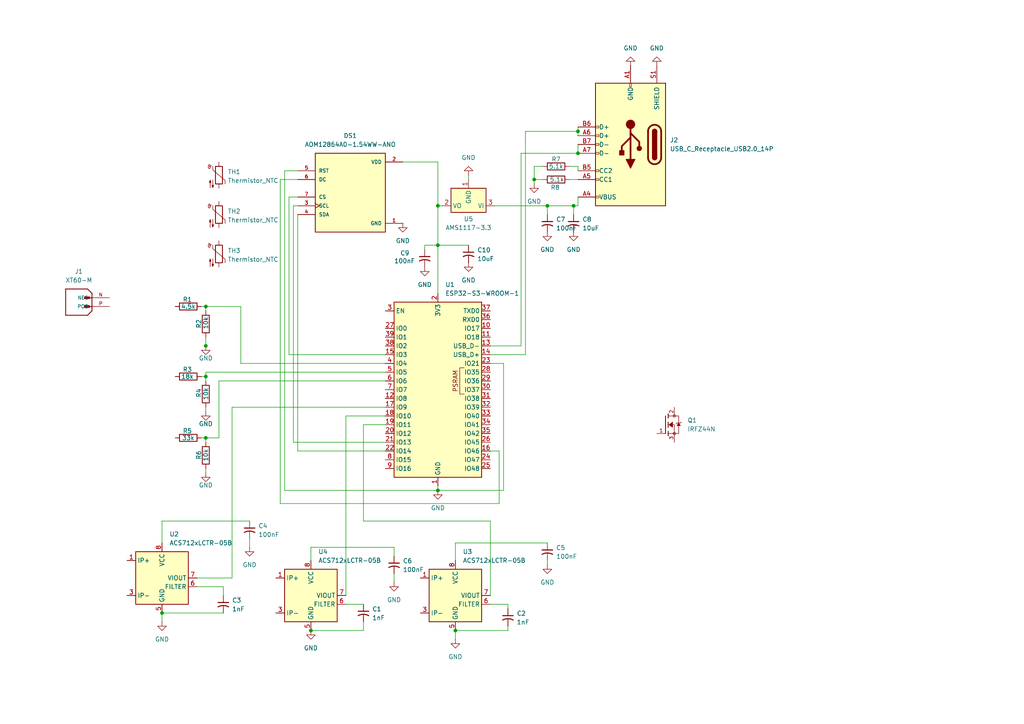
<source format=kicad_sch>
(kicad_sch (version 20250114) (generator "eeschema") (generator_version "9.0")
  (paper "A4")
  (lib_symbols
    (symbol "AOM12864A0-1.54WW-ANO:AOM12864A0-1.54WW-ANO" (pin_names (offset 1.016))
      (property "Reference" "DS" (at -10.16 10.922 0))
      (property "Value" "AOM12864A0-1.54WW-ANO" (at -10.16 -15.24 0))
      (symbol "AOM12864A0-1.54WW-ANO_0_0"
        (rectangle (start -10.16 -12.7) (end 10.16 10.16) (stroke (width 0.254)) (fill (type background)))
        (pin input line (at -15.24 5.08 0) (length 5.08) (name "RST") (number "5"))
        (pin input line (at -15.24 2.54 0) (length 5.08) (name "DC") (number "6"))
        (pin input line (at -15.24 -2.54 0) (length 5.08) (name "CS") (number "7"))
        (pin input clock (at -15.24 -5.08 0) (length 5.08) (name "SCL") (number "3"))
        (pin bidirectional line (at -15.24 -7.62 0) (length 5.08) (name "SDA") (number "4"))
        (pin power_in line (at 15.24 7.62 180) (length 5.08) (name "VDD") (number "2"))
        (pin power_in line (at 15.24 -10.16 180) (length 5.08) (name "GND") (number "1"))
      )
    )
    (symbol "Connector:USB_C_Receptacle_USB2.0_14P" (pin_names (offset 1.016))
      (property "Reference" "J" (at 0 22.225 0))
      (property "Value" "USB_C_Receptacle_USB2.0_14P" (at 0 19.685 0))
      (symbol "USB_C_Receptacle_USB2.0_14P_0_0"
        (rectangle (start -0.254 -17.78) (end 0.254 -16.764))
        (rectangle (start 10.16 15.494) (end 9.144 14.986))
        (rectangle (start 10.16 10.414) (end 9.144 9.906))
        (rectangle (start 10.16 7.874) (end 9.144 7.366))
        (rectangle (start 10.16 2.794) (end 9.144 2.286))
        (rectangle (start 10.16 0.254) (end 9.144 -0.254))
        (rectangle (start 10.16 -2.286) (end 9.144 -2.794))
        (rectangle (start 10.16 -4.826) (end 9.144 -5.334))
      )
      (symbol "USB_C_Receptacle_USB2.0_14P_0_1"
        (rectangle (start -10.16 17.78) (end 10.16 -17.78) (stroke (width 0.254)) (fill (type background)))
        (polyline (pts (xy -8.89 -3.81) (xy -8.89 3.81)) (stroke (width 0.508)))
        (rectangle (start -7.62 -3.81) (end -6.35 3.81) (stroke (width 0.254)) (fill (type outline)))
        (arc (start -7.62 3.81) (mid -6.985 4.4423) (end -6.35 3.81) (stroke (width 0.254)))
        (arc (start -7.62 3.81) (mid -6.985 4.4423) (end -6.35 3.81) (stroke (width 0.254)) (fill (type outline)))
        (arc (start -8.89 3.81) (mid -6.985 5.7067) (end -5.08 3.81) (stroke (width 0.508)))
        (arc (start -5.08 -3.81) (mid -6.985 -5.7067) (end -8.89 -3.81) (stroke (width 0.508)))
        (arc (start -6.35 -3.81) (mid -6.985 -4.4423) (end -7.62 -3.81) (stroke (width 0.254)))
        (arc (start -6.35 -3.81) (mid -6.985 -4.4423) (end -7.62 -3.81) (stroke (width 0.254)) (fill (type outline)))
        (polyline (pts (xy -5.08 3.81) (xy -5.08 -3.81)) (stroke (width 0.508)))
        (circle (center -2.54 1.143) (radius 0.635) (stroke (width 0.254)) (fill (type outline)))
        (polyline (pts (xy -1.27 4.318) (xy 0 6.858) (xy 1.27 4.318) (xy -1.27 4.318)) (stroke (width 0.254)) (fill (type outline)))
        (polyline (pts (xy 0 -2.032) (xy 2.54 0.508) (xy 2.54 1.778)) (stroke (width 0.508)))
        (polyline (pts (xy 0 -3.302) (xy -2.54 -0.762) (xy -2.54 0.508)) (stroke (width 0.508)))
        (polyline (pts (xy 0 -5.842) (xy 0 4.318)) (stroke (width 0.508)))
        (circle (center 0 -5.842) (radius 1.27) (fill (type outline)))
        (rectangle (start 1.905 1.778) (end 3.175 3.048) (stroke (width 0.254)) (fill (type outline)))
      )
      (symbol "USB_C_Receptacle_USB2.0_14P_1_1"
        (pin passive line (at -7.62 -22.86 90) (length 5.08) (name "SHIELD") (number "S1"))
        (pin passive line (at 0 -22.86 90) (length 5.08) (name "GND") (number "A1"))
        (pin passive line (at 0 -22.86 90) (length 5.08) (hide yes) (name "GND") (number "A12"))
        (pin passive line (at 0 -22.86 90) (length 5.08) (hide yes) (name "GND") (number "B1"))
        (pin passive line (at 0 -22.86 90) (length 5.08) (hide yes) (name "GND") (number "B12"))
        (pin passive line (at 15.24 15.24 180) (length 5.08) (name "VBUS") (number "A4"))
        (pin passive line (at 15.24 15.24 180) (length 5.08) (hide yes) (name "VBUS") (number "A9"))
        (pin passive line (at 15.24 15.24 180) (length 5.08) (hide yes) (name "VBUS") (number "B4"))
        (pin passive line (at 15.24 15.24 180) (length 5.08) (hide yes) (name "VBUS") (number "B9"))
        (pin bidirectional line (at 15.24 10.16 180) (length 5.08) (name "CC1") (number "A5"))
        (pin bidirectional line (at 15.24 7.62 180) (length 5.08) (name "CC2") (number "B5"))
        (pin bidirectional line (at 15.24 2.54 180) (length 5.08) (name "D-") (number "A7"))
        (pin bidirectional line (at 15.24 0 180) (length 5.08) (name "D-") (number "B7"))
        (pin bidirectional line (at 15.24 -2.54 180) (length 5.08) (name "D+") (number "A6"))
        (pin bidirectional line (at 15.24 -5.08 180) (length 5.08) (name "D+") (number "B6"))
      )
    )
    (symbol "Device:C_Small_US" (pin_numbers (hide yes)) (pin_names (offset 0.254) (hide yes))
      (property "Reference" "C" (at 0.254 1.778 0))
      (property "Value" "C_Small_US" (at 0.254 -2.032 0))
      (symbol "C_Small_US_0_1"
        (polyline (pts (xy -1.524 0.508) (xy 1.524 0.508)) (stroke (width 0.3048)))
        (arc (start -1.524 -0.762) (mid 0 -0.3734) (end 1.524 -0.762) (stroke (width 0.3048)))
      )
      (symbol "C_Small_US_1_1"
        (pin passive line (at 0 2.54 270) (length 2.032) (name "~") (number "1"))
        (pin passive line (at 0 -2.54 90) (length 2.032) (name "~") (number "2"))
      )
    )
    (symbol "Device:R" (pin_numbers (hide yes)) (pin_names (offset 0))
      (property "Reference" "R" (at 2.032 0 90))
      (property "Value" "R" (at 0 0 90))
      (symbol "R_0_1"
        (rectangle (start -1.016 -2.54) (end 1.016 2.54) (stroke (width 0.254)))
      )
      (symbol "R_1_1"
        (pin passive line (at 0 3.81 270) (length 1.27) (name "~") (number "1"))
        (pin passive line (at 0 -3.81 90) (length 1.27) (name "~") (number "2"))
      )
    )
    (symbol "Device:Thermistor_NTC" (pin_numbers (hide yes)) (pin_names (offset 0))
      (property "Reference" "TH" (at -4.445 0 90))
      (property "Value" "Thermistor_NTC" (at 3.175 0 90))
      (symbol "Thermistor_NTC_0_1"
        (arc (start -3.175 2.413) (mid -3.0506 2.3165) (end -3.048 2.159))
        (arc (start -3.048 2.794) (mid -2.9736 2.9736) (end -2.794 3.048))
        (arc (start -2.794 3.048) (mid -2.6144 2.9736) (end -2.54 2.794))
        (arc (start -2.794 2.54) (mid -2.9736 2.6144) (end -3.048 2.794))
        (arc (start -2.794 1.905) (mid -2.9736 1.9794) (end -3.048 2.159))
        (arc (start -2.54 2.159) (mid -2.6144 1.9794) (end -2.794 1.905))
        (arc (start -2.159 2.794) (mid -2.434 2.5608) (end -2.794 2.54))
        (polyline (pts (xy -2.54 2.159) (xy -2.54 2.794)))
        (polyline (pts (xy -2.54 -3.683) (xy -2.54 -1.397) (xy -2.794 -2.159) (xy -2.286 -2.159) (xy -2.54 -1.397) (xy -2.54 -1.651)) (fill (type outline)))
        (polyline (pts (xy -1.778 2.54) (xy -1.778 1.524) (xy 1.778 -1.524) (xy 1.778 -2.54)))
        (polyline (pts (xy -1.778 -1.397) (xy -1.778 -3.683) (xy -2.032 -2.921) (xy -1.524 -2.921) (xy -1.778 -3.683) (xy -1.778 -3.429)) (fill (type outline)))
        (rectangle (start -1.016 2.54) (end 1.016 -2.54) (stroke (width 0.254)))
      )
      (symbol "Thermistor_NTC_1_1"
        (pin passive line (at 0 3.81 270) (length 1.27) (name "~") (number "1"))
        (pin passive line (at 0 -3.81 90) (length 1.27) (name "~") (number "2"))
      )
    )
    (symbol "IRFZ44N:IRFZ44N" (pin_names (offset 1.016))
      (property "Reference" "Q" (at -8.89 2.54 0))
      (property "Value" "IRFZ44N" (at -8.89 -7.62 0))
      (symbol "IRFZ44N_0_0"
        (polyline (pts (xy 0 2.54) (xy 0 -2.54)) (stroke (width 0.254)))
        (polyline (pts (xy 0.762 3.175) (xy 0.762 2.54)) (stroke (width 0.254)))
        (polyline (pts (xy 0.762 2.54) (xy 0.762 1.905)) (stroke (width 0.254)))
        (polyline (pts (xy 0.762 2.54) (xy 3.81 2.54)) (stroke (width 0.1524)))
        (polyline (pts (xy 0.762 0.762) (xy 0.762 0)) (stroke (width 0.254)))
        (polyline (pts (xy 0.762 0) (xy 0.762 -0.762)) (stroke (width 0.254)))
        (polyline (pts (xy 0.762 0) (xy 2.54 0)) (stroke (width 0.1524)))
        (polyline (pts (xy 0.762 -1.905) (xy 0.762 -2.54)) (stroke (width 0.254)))
        (polyline (pts (xy 0.762 -2.54) (xy 0.762 -3.175)) (stroke (width 0.254)))
        (polyline (pts (xy 1.016 0) (xy 2.032 0.762) (xy 2.032 -0.762) (xy 1.016 0)) (stroke (width 0.1524)) (fill (type outline)))
        (circle (center 2.54 2.54) (radius 0.3592))
        (polyline (pts (xy 2.54 0) (xy 2.54 -2.54)) (stroke (width 0.1524)))
        (polyline (pts (xy 2.54 -2.54) (xy 0.762 -2.54)) (stroke (width 0.1524)))
        (polyline (pts (xy 2.54 -2.54) (xy 3.81 -2.54)) (stroke (width 0.1524)))
        (circle (center 2.54 -2.54) (radius 0.3592))
        (polyline (pts (xy 3.302 0.508) (xy 3.048 0.254)) (stroke (width 0.1524)))
        (polyline (pts (xy 3.81 2.54) (xy 3.81 0.508)) (stroke (width 0.1524)))
        (polyline (pts (xy 3.81 0.508) (xy 3.302 0.508)) (stroke (width 0.1524)))
        (polyline (pts (xy 3.81 0.508) (xy 3.81 -2.54)) (stroke (width 0.1524)))
        (polyline (pts (xy 3.81 0.508) (xy 3.302 -0.254) (xy 4.318 -0.254) (xy 3.81 0.508)) (stroke (width 0.1524)) (fill (type outline)))
        (polyline (pts (xy 4.318 0.508) (xy 3.81 0.508)) (stroke (width 0.1524)))
        (polyline (pts (xy 4.572 0.762) (xy 4.318 0.508)) (stroke (width 0.1524)))
        (pin passive line (at -2.54 -2.54 0) (length 2.54) (name "~") (number "1"))
        (pin passive line (at 2.54 5.08 270) (length 2.54) (name "~") (number "2"))
        (pin passive line (at 2.54 -5.08 90) (length 2.54) (name "~") (number "3"))
      )
    )
    (symbol "RF_Module:ESP32-S3-WROOM-1"
      (property "Reference" "U" (at -12.7 26.67 0))
      (property "Value" "ESP32-S3-WROOM-1" (at 12.7 26.67 0))
      (symbol "ESP32-S3-WROOM-1_0_0"
        (rectangle (start -12.7 25.4) (end 12.7 -25.4) (stroke (width 0.254)) (fill (type background)))
        (text "PSRAM" (at 5.08 2.54 900) (effects (font (size 1.27 1.27))))
      )
      (symbol "ESP32-S3-WROOM-1_0_1"
        (polyline (pts (xy 7.62 -1.27) (xy 6.35 -1.27) (xy 6.35 6.35) (xy 7.62 6.35)))
      )
      (symbol "ESP32-S3-WROOM-1_1_1"
        (pin input line (at -15.24 22.86 0) (length 2.54) (name "EN") (number "3"))
        (pin bidirectional line (at -15.24 17.78 0) (length 2.54) (name "IO0") (number "27"))
        (pin bidirectional line (at -15.24 15.24 0) (length 2.54) (name "IO1") (number "39"))
        (pin bidirectional line (at -15.24 12.7 0) (length 2.54) (name "IO2") (number "38"))
        (pin bidirectional line (at -15.24 10.16 0) (length 2.54) (name "IO3") (number "15"))
        (pin bidirectional line (at -15.24 7.62 0) (length 2.54) (name "IO4") (number "4"))
        (pin bidirectional line (at -15.24 5.08 0) (length 2.54) (name "IO5") (number "5"))
        (pin bidirectional line (at -15.24 2.54 0) (length 2.54) (name "IO6") (number "6"))
        (pin bidirectional line (at -15.24 0 0) (length 2.54) (name "IO7") (number "7"))
        (pin bidirectional line (at -15.24 -2.54 0) (length 2.54) (name "IO8") (number "12"))
        (pin bidirectional line (at -15.24 -5.08 0) (length 2.54) (name "IO9") (number "17"))
        (pin bidirectional line (at -15.24 -7.62 0) (length 2.54) (name "IO10") (number "18"))
        (pin bidirectional line (at -15.24 -10.16 0) (length 2.54) (name "IO11") (number "19"))
        (pin bidirectional line (at -15.24 -12.7 0) (length 2.54) (name "IO12") (number "20"))
        (pin bidirectional line (at -15.24 -15.24 0) (length 2.54) (name "IO13") (number "21"))
        (pin bidirectional line (at -15.24 -17.78 0) (length 2.54) (name "IO14") (number "22"))
        (pin bidirectional line (at -15.24 -20.32 0) (length 2.54) (name "IO15") (number "8"))
        (pin bidirectional line (at -15.24 -22.86 0) (length 2.54) (name "IO16") (number "9"))
        (pin power_in line (at 0 27.94 270) (length 2.54) (name "3V3") (number "2"))
        (pin power_in line (at 0 -27.94 90) (length 2.54) (name "GND") (number "1"))
        (pin passive line (at 0 -27.94 90) (length 2.54) (hide yes) (name "GND") (number "40"))
        (pin passive line (at 0 -27.94 90) (length 2.54) (hide yes) (name "GND") (number "41"))
        (pin bidirectional line (at 15.24 22.86 180) (length 2.54) (name "TXD0") (number "37"))
        (pin bidirectional line (at 15.24 20.32 180) (length 2.54) (name "RXD0") (number "36"))
        (pin bidirectional line (at 15.24 17.78 180) (length 2.54) (name "IO17") (number "10"))
        (pin bidirectional line (at 15.24 15.24 180) (length 2.54) (name "IO18") (number "11"))
        (pin bidirectional line (at 15.24 12.7 180) (length 2.54) (name "USB_D-") (number "13"))
        (pin bidirectional line (at 15.24 10.16 180) (length 2.54) (name "USB_D+") (number "14"))
        (pin bidirectional line (at 15.24 7.62 180) (length 2.54) (name "IO21") (number "23"))
        (pin bidirectional line (at 15.24 5.08 180) (length 2.54) (name "IO35") (number "28"))
        (pin bidirectional line (at 15.24 2.54 180) (length 2.54) (name "IO36") (number "29"))
        (pin bidirectional line (at 15.24 0 180) (length 2.54) (name "IO37") (number "30"))
        (pin bidirectional line (at 15.24 -2.54 180) (length 2.54) (name "IO38") (number "31"))
        (pin bidirectional line (at 15.24 -5.08 180) (length 2.54) (name "IO39") (number "32"))
        (pin bidirectional line (at 15.24 -7.62 180) (length 2.54) (name "IO40") (number "33"))
        (pin bidirectional line (at 15.24 -10.16 180) (length 2.54) (name "IO41") (number "34"))
        (pin bidirectional line (at 15.24 -12.7 180) (length 2.54) (name "IO42") (number "35"))
        (pin bidirectional line (at 15.24 -15.24 180) (length 2.54) (name "IO45") (number "26"))
        (pin bidirectional line (at 15.24 -17.78 180) (length 2.54) (name "IO46") (number "16"))
        (pin bidirectional line (at 15.24 -20.32 180) (length 2.54) (name "IO47") (number "24"))
        (pin bidirectional line (at 15.24 -22.86 180) (length 2.54) (name "IO48") (number "25"))
      )
    )
    (symbol "Regulator_Linear:AMS1117-3.3"
      (property "Reference" "U" (at -3.81 3.175 0))
      (property "Value" "AMS1117-3.3" (at 0 3.175 0))
      (symbol "AMS1117-3.3_0_1"
        (rectangle (start -5.08 -5.08) (end 5.08 1.905) (stroke (width 0.254)) (fill (type background)))
      )
      (symbol "AMS1117-3.3_1_1"
        (pin power_in line (at -7.62 0 0) (length 2.54) (name "VI") (number "3"))
        (pin power_in line (at 0 -7.62 90) (length 2.54) (name "GND") (number "1"))
        (pin power_out line (at 7.62 0 180) (length 2.54) (name "VO") (number "2"))
      )
    )
    (symbol "Sensor_Current:ACS712xLCTR-05B"
      (property "Reference" "U" (at 2.54 11.43 0))
      (property "Value" "ACS712xLCTR-05B" (at 2.54 8.89 0))
      (symbol "ACS712xLCTR-05B_0_1"
        (rectangle (start -7.62 7.62) (end 7.62 -7.62) (stroke (width 0.254)) (fill (type background)))
      )
      (symbol "ACS712xLCTR-05B_1_1"
        (pin passive line (at -10.16 5.08 0) (length 2.54) (name "IP+") (number "1"))
        (pin passive line (at -10.16 5.08 0) (length 2.54) (hide yes) (name "IP+") (number "2"))
        (pin passive line (at -10.16 -5.08 0) (length 2.54) (name "IP-") (number "3"))
        (pin passive line (at -10.16 -5.08 0) (length 2.54) (hide yes) (name "IP-") (number "4"))
        (pin power_in line (at 0 10.16 270) (length 2.54) (name "VCC") (number "8"))
        (pin power_in line (at 0 -10.16 90) (length 2.54) (name "GND") (number "5"))
        (pin output line (at 10.16 0 180) (length 2.54) (name "VIOUT") (number "7"))
        (pin passive line (at 10.16 -2.54 180) (length 2.54) (name "FILTER") (number "6"))
      )
    )
    (symbol "XT60-M:XT60-M" (pin_names (offset 1.016))
      (property "Reference" "J" (at 0 6.35 0))
      (property "Value" "XT60-M" (at 0 -5.08 0))
      (symbol "XT60-M_0_0"
        (polyline (pts (xy 0 3.81) (xy 0 2.54)) (stroke (width 0.254)))
        (polyline (pts (xy 0 3.81) (xy 1.27 5.08)) (stroke (width 0.254)))
        (polyline (pts (xy 0 2.54) (xy 0 -1.27)) (stroke (width 0.254)))
        (polyline (pts (xy 0 2.54) (xy 1.905 2.54)) (stroke (width 0.254)))
        (polyline (pts (xy 0 0) (xy 1.905 0)) (stroke (width 0.254)))
        (polyline (pts (xy 0 -1.27) (xy 1.27 -2.54)) (stroke (width 0.254)))
        (rectangle (start 0.635 2.2225) (end 2.2225 2.8575) (stroke (width 0.1)) (fill (type outline)))
        (rectangle (start 0.635 -0.3175) (end 2.2225 0.3175) (stroke (width 0.1)) (fill (type outline)))
        (polyline (pts (xy 1.27 -2.54) (xy 7.62 -2.54)) (stroke (width 0.254)))
        (polyline (pts (xy 7.62 5.08) (xy 1.27 5.08)) (stroke (width 0.254)))
        (polyline (pts (xy 7.62 -2.54) (xy 7.62 5.08)) (stroke (width 0.254)))
        (pin passive line (at -5.08 2.54 0) (length 5.08) (name "POS") (number "P"))
        (pin passive line (at -5.08 0 0) (length 5.08) (name "NEG") (number "N"))
      )
    )
    (symbol "power:GND" (power) (pin_numbers (hide yes)) (pin_names (offset 0) (hide yes))
      (property "Value" "GND" (at 0 -3.81 0))
      (symbol "GND_0_1"
        (polyline (pts (xy 0 0) (xy 0 -1.27) (xy 1.27 -1.27) (xy 0 -2.54) (xy -1.27 -1.27) (xy 0 -1.27)))
      )
      (symbol "GND_1_1"
        (pin power_in line (at 0 0 270) (length 0) (name "~") (number "1"))
      )
    )
  )
  (junction (at 59.69 88.9))
  (junction (at 90.17 182.88))
  (junction (at 127 71.12))
  (junction (at 166.37 59.69))
  (junction (at 167.64 38.1))
  (junction (at 167.64 44.45))
  (junction (at 59.69 100.33))
  (junction (at 132.08 182.88))
  (junction (at 59.69 127))
  (junction (at 127 59.69))
  (junction (at 154.94 52.07))
  (junction (at 127 142.24))
  (junction (at 59.69 109.22))
  (junction (at 46.99 177.8))
  (junction (at 158.75 59.69))
  (wire (pts (xy 142.24 172.72) (xy 142.24 151.13)))
  (wire (pts (xy 114.3 166.37) (xy 114.3 168.91)))
  (wire (pts (xy 167.64 59.69) (xy 167.64 57.15)))
  (wire (pts (xy 86.36 62.23) (xy 86.36 130.81)))
  (wire (pts (xy 85.09 128.27) (xy 85.09 59.69)))
  (wire (pts (xy 142.24 151.13) (xy 105.41 151.13)))
  (wire (pts (xy 143.51 59.69) (xy 158.75 59.69)))
  (wire (pts (xy 67.31 118.11) (xy 111.76 118.11)))
  (wire (pts (xy 100.33 120.65) (xy 111.76 120.65)))
  (wire (pts (xy 90.17 162.56) (xy 90.17 158.75)))
  (wire (pts (xy 154.94 52.07) (xy 157.48 52.07)))
  (wire (pts (xy 157.48 48.26) (xy 154.94 48.26)))
  (wire (pts (xy 167.64 38.1) (xy 167.64 39.37)))
  (wire (pts (xy 59.69 97.79) (xy 59.69 100.33)))
  (wire (pts (xy 135.89 50.8) (xy 135.89 52.07)))
  (wire (pts (xy 142.24 175.26) (xy 147.32 175.26)))
  (wire (pts (xy 154.94 48.26) (xy 154.94 52.07)))
  (wire (pts (xy 85.09 59.69) (xy 86.36 59.69)))
  (wire (pts (xy 165.1 52.07) (xy 167.64 52.07)))
  (wire (pts (xy 59.69 119.38) (xy 59.69 118.11)))
  (wire (pts (xy 59.69 137.16) (xy 59.69 135.89)))
  (wire (pts (xy 147.32 175.26) (xy 147.32 176.53)))
  (wire (pts (xy 166.37 59.69) (xy 166.37 62.23)))
  (wire (pts (xy 111.76 105.41) (xy 69.85 105.41)))
  (wire (pts (xy 132.08 182.88) (xy 132.08 185.42)))
  (wire (pts (xy 167.64 48.26) (xy 167.64 49.53)))
  (wire (pts (xy 58.42 109.22) (xy 59.69 109.22)))
  (wire (pts (xy 154.94 53.34) (xy 154.94 52.07)))
  (wire (pts (xy 127 71.12) (xy 135.89 71.12)))
  (wire (pts (xy 59.69 109.22) (xy 59.69 110.49)))
  (wire (pts (xy 69.85 105.41) (xy 69.85 88.9)))
  (wire (pts (xy 142.24 102.87) (xy 152.4 102.87)))
  (wire (pts (xy 146.05 105.41) (xy 142.24 105.41)))
  (wire (pts (xy 127 71.12) (xy 127 85.09)))
  (wire (pts (xy 72.39 156.21) (xy 72.39 158.75)))
  (wire (pts (xy 116.84 46.99) (xy 127 46.99)))
  (wire (pts (xy 128.27 59.69) (xy 127 59.69)))
  (wire (pts (xy 111.76 107.95) (xy 59.69 107.95)))
  (wire (pts (xy 86.36 57.15) (xy 83.82 57.15)))
  (wire (pts (xy 144.78 130.81) (xy 142.24 130.81)))
  (wire (pts (xy 57.15 167.64) (xy 67.31 167.64)))
  (wire (pts (xy 69.85 88.9) (xy 59.69 88.9)))
  (wire (pts (xy 81.28 146.05) (xy 144.78 146.05)))
  (wire (pts (xy 146.05 142.24) (xy 146.05 105.41)))
  (wire (pts (xy 166.37 59.69) (xy 167.64 59.69)))
  (wire (pts (xy 59.69 90.17) (xy 59.69 88.9)))
  (wire (pts (xy 46.99 157.48) (xy 46.99 151.13)))
  (wire (pts (xy 105.41 151.13) (xy 105.41 123.19)))
  (wire (pts (xy 67.31 167.64) (xy 67.31 118.11)))
  (wire (pts (xy 111.76 128.27) (xy 85.09 128.27)))
  (wire (pts (xy 152.4 38.1) (xy 167.64 38.1)))
  (wire (pts (xy 147.32 182.88) (xy 132.08 182.88)))
  (wire (pts (xy 167.64 36.83) (xy 167.64 38.1)))
  (wire (pts (xy 105.41 123.19) (xy 111.76 123.19)))
  (wire (pts (xy 46.99 151.13) (xy 72.39 151.13)))
  (wire (pts (xy 63.5 127) (xy 59.69 127)))
  (wire (pts (xy 105.41 182.88) (xy 90.17 182.88)))
  (wire (pts (xy 86.36 130.81) (xy 111.76 130.81)))
  (wire (pts (xy 81.28 52.07) (xy 81.28 146.05)))
  (wire (pts (xy 59.69 100.33) (xy 59.69 101.6)))
  (wire (pts (xy 165.1 48.26) (xy 167.64 48.26)))
  (wire (pts (xy 86.36 49.53) (xy 82.55 49.53)))
  (wire (pts (xy 127 140.97) (xy 127 142.24)))
  (wire (pts (xy 132.08 162.56) (xy 132.08 157.48)))
  (wire (pts (xy 147.32 181.61) (xy 147.32 182.88)))
  (wire (pts (xy 111.76 110.49) (xy 63.5 110.49)))
  (wire (pts (xy 114.3 158.75) (xy 114.3 161.29)))
  (wire (pts (xy 127 59.69) (xy 127 71.12)))
  (wire (pts (xy 83.82 102.87) (xy 111.76 102.87)))
  (wire (pts (xy 59.69 107.95) (xy 59.69 109.22)))
  (wire (pts (xy 152.4 102.87) (xy 152.4 38.1)))
  (wire (pts (xy 59.69 127) (xy 59.69 128.27)))
  (wire (pts (xy 132.08 157.48) (xy 158.75 157.48)))
  (wire (pts (xy 123.19 71.12) (xy 127 71.12)))
  (wire (pts (xy 46.99 180.34) (xy 46.99 177.8)))
  (wire (pts (xy 158.75 59.69) (xy 166.37 59.69)))
  (wire (pts (xy 82.55 142.24) (xy 127 142.24)))
  (wire (pts (xy 167.64 41.91) (xy 167.64 44.45)))
  (wire (pts (xy 64.77 170.18) (xy 64.77 172.72)))
  (wire (pts (xy 100.33 172.72) (xy 100.33 120.65)))
  (wire (pts (xy 151.13 44.45) (xy 167.64 44.45)))
  (wire (pts (xy 151.13 100.33) (xy 151.13 44.45)))
  (wire (pts (xy 158.75 59.69) (xy 158.75 62.23)))
  (wire (pts (xy 100.33 175.26) (xy 105.41 175.26)))
  (wire (pts (xy 127 142.24) (xy 146.05 142.24)))
  (wire (pts (xy 63.5 110.49) (xy 63.5 127)))
  (wire (pts (xy 57.15 170.18) (xy 64.77 170.18)))
  (wire (pts (xy 105.41 180.34) (xy 105.41 182.88)))
  (wire (pts (xy 158.75 162.56) (xy 158.75 163.83)))
  (wire (pts (xy 86.36 52.07) (xy 81.28 52.07)))
  (wire (pts (xy 58.42 88.9) (xy 59.69 88.9)))
  (wire (pts (xy 127 46.99) (xy 127 59.69)))
  (wire (pts (xy 90.17 158.75) (xy 114.3 158.75)))
  (wire (pts (xy 82.55 49.53) (xy 82.55 142.24)))
  (wire (pts (xy 83.82 57.15) (xy 83.82 102.87)))
  (wire (pts (xy 123.19 72.39) (xy 123.19 71.12)))
  (wire (pts (xy 46.99 177.8) (xy 64.77 177.8)))
  (wire (pts (xy 144.78 146.05) (xy 144.78 130.81)))
  (wire (pts (xy 142.24 100.33) (xy 151.13 100.33)))
  (wire (pts (xy 58.42 127) (xy 59.69 127)))
  (symbol (lib_id "power:GND") (at 59.69 137.16 0) (unit 1)
    (property "Reference" "#PWR03" (effects (hide yes)))
    (property "Value" "GND" (at 59.69 140.716 0))
    (property "Description" "Power symbol creates a global label with name \"GND\" , ground" (effects (hide yes)))
  )
  (symbol (lib_id "Device:R") (at 54.61 88.9 90) (unit 1)
    (property "Reference" "R1" (at 54.356 86.868 90))
    (property "Value" "4.5k" (at 54.61 88.9 90))
    (property "Footprint" "Resistor_SMD:R_0201_0603Metric_Pad0.64x0.40mm_HandSolder" (effects (hide yes)))
    (property "Description" "Resistor" (effects (hide yes)))
  )
  (symbol (lib_id "power:GND") (at 132.08 185.42 0) (unit 1)
    (property "Reference" "#PWR05" (effects (hide yes)))
    (property "Value" "GND" (at 132.08 190.5 0))
    (property "Description" "Power symbol creates a global label with name \"GND\" , ground" (effects (hide yes)))
  )
  (symbol (lib_id "Device:C_Small_US") (at 135.89 73.66 0) (unit 1)
    (property "Reference" "C10" (at 138.43 72.5169 0) (effects (justify left)))
    (property "Value" "10uF" (at 138.43 75.0569 0) (effects (justify left)))
    (property "Footprint" "Capacitor_SMD:C_0201_0603Metric_Pad0.64x0.40mm_HandSolder" (effects (hide yes)))
    (property "Description" "capacitor, small US symbol" (effects (hide yes)))
  )
  (symbol (lib_id "Device:R") (at 59.69 93.98 0) (unit 1)
    (property "Reference" "R2" (at 57.658 95.25 90) (effects (justify left)))
    (property "Value" "10k" (at 59.69 95.504 90) (effects (justify left)))
    (property "Footprint" "Resistor_SMD:R_0201_0603Metric_Pad0.64x0.40mm_HandSolder" (effects (hide yes)))
    (property "Description" "Resistor" (effects (hide yes)))
  )
  (symbol (lib_id "Sensor_Current:ACS712xLCTR-05B") (at 132.08 172.72 0) (unit 1)
    (property "Reference" "U3" (at 134.2233 160.02 0) (effects (justify left)))
    (property "Value" "ACS712xLCTR-05B" (at 134.2233 162.56 0) (effects (justify left)))
    (property "Footprint" "Package_SO:SOIC-8_3.9x4.9mm_P1.27mm" (effects (hide yes)))
    (property "Datasheet" "http://www.allegromicro.com/~/media/Files/Datasheets/ACS712-Datasheet.ashx?la=en" (effects (hide yes)))
    (property "Description" "±5A Bidirectional Hall-Effect Current Sensor, +5.0V supply, 185mV/A, SOIC-8" (effects (hide yes)))
  )
  (symbol (lib_id "power:GND") (at 135.89 76.2 0) (unit 1)
    (property "Reference" "#PWR017" (effects (hide yes)))
    (property "Value" "GND" (at 135.89 81.28 0))
    (property "Description" "Power symbol creates a global label with name \"GND\" , ground" (effects (hide yes)))
  )
  (symbol (lib_id "power:GND") (at 158.75 67.31 0) (unit 1)
    (property "Reference" "#PWR018" (effects (hide yes)))
    (property "Value" "GND" (at 158.75 72.39 0))
    (property "Description" "Power symbol creates a global label with name \"GND\" , ground" (effects (hide yes)))
  )
  (symbol (lib_id "Device:C_Small_US") (at 166.37 64.77 0) (unit 1)
    (property "Reference" "C8" (at 168.91 63.6269 0) (effects (justify left)))
    (property "Value" "10uF" (at 168.91 66.1669 0) (effects (justify left)))
    (property "Footprint" "Capacitor_SMD:C_0201_0603Metric_Pad0.64x0.40mm_HandSolder" (effects (hide yes)))
    (property "Description" "capacitor, small US symbol" (effects (hide yes)))
  )
  (symbol (lib_id "Device:C_Small_US") (at 64.77 175.26 0) (unit 1)
    (property "Reference" "C3" (at 67.31 174.1169 0) (effects (justify left)))
    (property "Value" "1nF" (at 67.31 176.6569 0) (effects (justify left)))
    (property "Footprint" "Capacitor_SMD:C_0201_0603Metric_Pad0.64x0.40mm_HandSolder" (effects (hide yes)))
    (property "Description" "capacitor, small US symbol" (effects (hide yes)))
  )
  (symbol (lib_id "power:GND") (at 182.88 19.05 180) (unit 1)
    (property "Reference" "#PWR012" (effects (hide yes)))
    (property "Value" "GND" (at 182.88 13.97 0))
    (property "Description" "Power symbol creates a global label with name \"GND\" , ground" (effects (hide yes)))
  )
  (symbol (lib_id "Regulator_Linear:AMS1117-3.3") (at 135.89 59.69 180) (unit 1)
    (property "Reference" "U5" (at 135.89 63.5 0))
    (property "Value" "AMS1117-3.3" (at 135.89 66.04 0))
    (property "Footprint" "Package_TO_SOT_SMD:SOT-223-3_TabPin2" (effects (hide yes)))
    (property "Datasheet" "http://www.advanced-monolithic.com/pdf/ds1117.pdf" (effects (hide yes)))
    (property "Description" "1A Low Dropout regulator, positive, 3.3V fixed output, SOT-223" (effects (hide yes)))
  )
  (symbol (lib_id "Device:C_Small_US") (at 123.19 74.93 0) (unit 1)
    (property "Reference" "C9" (at 116.078 73.406 0) (effects (justify left)))
    (property "Value" "100nF" (at 114.3 75.692 0) (effects (justify left)))
    (property "Footprint" "Capacitor_SMD:C_0201_0603Metric_Pad0.64x0.40mm_HandSolder" (effects (hide yes)))
    (property "Description" "capacitor, small US symbol" (effects (hide yes)))
  )
  (symbol (lib_id "Device:R") (at 59.69 132.08 0) (unit 1)
    (property "Reference" "R6" (at 57.658 133.35 90) (effects (justify left)))
    (property "Value" "10k" (at 59.69 133.858 90) (effects (justify left)))
    (property "Footprint" "Resistor_SMD:R_0201_0603Metric_Pad0.64x0.40mm_HandSolder" (effects (hide yes)))
    (property "Description" "Resistor" (effects (hide yes)))
  )
  (symbol (lib_id "power:GND") (at 123.19 77.47 0) (unit 1)
    (property "Reference" "#PWR016" (effects (hide yes)))
    (property "Value" "GND" (at 123.19 82.55 0))
    (property "Description" "Power symbol creates a global label with name \"GND\" , ground" (effects (hide yes)))
  )
  (symbol (lib_id "Device:R") (at 161.29 48.26 90) (unit 1)
    (property "Reference" "R7" (at 161.29 46.228 90))
    (property "Value" "5.1k" (at 161.29 48.26 90))
    (property "Footprint" "Resistor_SMD:R_0201_0603Metric_Pad0.64x0.40mm_HandSolder" (effects (hide yes)))
    (property "Description" "Resistor" (effects (hide yes)))
  )
  (symbol (lib_id "Sensor_Current:ACS712xLCTR-05B") (at 90.17 172.72 0) (unit 1)
    (property "Reference" "U4" (at 92.3133 160.02 0) (effects (justify left)))
    (property "Value" "ACS712xLCTR-05B" (at 92.3133 162.56 0) (effects (justify left)))
    (property "Footprint" "Package_SO:SOIC-8_3.9x4.9mm_P1.27mm" (effects (hide yes)))
    (property "Datasheet" "http://www.allegromicro.com/~/media/Files/Datasheets/ACS712-Datasheet.ashx?la=en" (effects (hide yes)))
    (property "Description" "±5A Bidirectional Hall-Effect Current Sensor, +5.0V supply, 185mV/A, SOIC-8" (effects (hide yes)))
  )
  (symbol (lib_id "power:GND") (at 127 142.24 0) (unit 1)
    (property "Reference" "#PWR011" (effects (hide yes)))
    (property "Value" "GND" (at 127 147.32 0))
    (property "Description" "Power symbol creates a global label with name \"GND\" , ground" (effects (hide yes)))
  )
  (symbol (lib_id "RF_Module:ESP32-S3-WROOM-1") (at 127 113.03 0) (unit 1)
    (property "Reference" "U1" (at 129.1433 82.55 0) (effects (justify left)))
    (property "Value" "ESP32-S3-WROOM-1" (at 129.1433 85.09 0) (effects (justify left)))
    (property "Footprint" "RF_Module:ESP32-S3-WROOM-1" (effects (hide yes)))
    (property "Datasheet" "https://www.espressif.com/sites/default/files/documentation/esp32-s3-wroom-1_wroom-1u_datasheet_en.pdf" (effects (hide yes)))
    (property "Description" "RF Module, ESP32-S3 SoC, Wi-Fi 802.11b/g/n, Bluetooth, BLE, 32-bit, 3.3V, onboard antenna, SMD" (effects (hide yes)))
  )
  (symbol (lib_id "Connector:USB_C_Receptacle_USB2.0_14P") (at 182.88 41.91 180) (unit 1)
    (property "Reference" "J2" (at 194.31 40.6399 0) (effects (justify right)))
    (property "Value" "USB_C_Receptacle_USB2.0_14P" (at 194.31 43.1799 0) (effects (justify right)))
    (property "Footprint" "Connector_USB:USB_C_Receptacle_GCT_USB4105-xx-A_16P_TopMnt_Horizontal" (effects (hide yes)))
    (property "Datasheet" "https://www.usb.org/sites/default/files/documents/usb_type-c.zip" (effects (hide yes)))
    (property "Description" "USB 2.0-only 14P Type-C Receptacle connector" (effects (hide yes)))
  )
  (symbol (lib_id "Device:C_Small_US") (at 147.32 179.07 0) (unit 1)
    (property "Reference" "C2" (at 149.86 177.9269 0) (effects (justify left)))
    (property "Value" "1nF" (at 149.86 180.4669 0) (effects (justify left)))
    (property "Footprint" "Capacitor_SMD:C_0201_0603Metric_Pad0.64x0.40mm_HandSolder" (effects (hide yes)))
    (property "Description" "capacitor, small US symbol" (effects (hide yes)))
  )
  (symbol (lib_id "Device:C_Small_US") (at 158.75 160.02 0) (unit 1)
    (property "Reference" "C5" (at 161.29 158.8769 0) (effects (justify left)))
    (property "Value" "100nF" (at 161.29 161.4169 0) (effects (justify left)))
    (property "Footprint" "Capacitor_SMD:C_0201_0603Metric_Pad0.64x0.40mm_HandSolder" (effects (hide yes)))
    (property "Description" "capacitor, small US symbol" (effects (hide yes)))
  )
  (symbol (lib_id "Device:Thermistor_NTC") (at 63.5 73.66 0) (unit 1)
    (property "Reference" "TH3" (at 66.04 72.7074 0) (effects (justify left)))
    (property "Value" "Thermistor_NTC" (at 66.04 75.2474 0) (effects (justify left)))
    (property "Footprint" "Resistor_SMD:R_0201_0603Metric_Pad0.64x0.40mm_HandSolder" (effects (hide yes)))
    (property "Description" "Temperature dependent resistor, negative temperature coefficient" (effects (hide yes)))
  )
  (symbol (lib_id "Device:C_Small_US") (at 72.39 153.67 0) (unit 1)
    (property "Reference" "C4" (at 74.93 152.5269 0) (effects (justify left)))
    (property "Value" "100nF" (at 74.93 155.0669 0) (effects (justify left)))
    (property "Footprint" "Capacitor_SMD:C_0201_0603Metric_Pad0.64x0.40mm_HandSolder" (effects (hide yes)))
    (property "Description" "capacitor, small US symbol" (effects (hide yes)))
  )
  (symbol (lib_id "power:GND") (at 59.69 119.38 0) (unit 1)
    (property "Reference" "#PWR02" (effects (hide yes)))
    (property "Value" "GND" (at 59.69 122.936 0))
    (property "Description" "Power symbol creates a global label with name \"GND\" , ground" (effects (hide yes)))
  )
  (symbol (lib_id "power:GND") (at 166.37 67.31 0) (unit 1)
    (property "Reference" "#PWR019" (effects (hide yes)))
    (property "Value" "GND" (at 166.37 72.39 0))
    (property "Description" "Power symbol creates a global label with name \"GND\" , ground" (effects (hide yes)))
  )
  (symbol (lib_id "Device:R") (at 161.29 52.07 90) (unit 1)
    (property "Reference" "R8" (at 161.036 54.356 90))
    (property "Value" "5.1k" (at 161.544 52.07 90))
    (property "Footprint" "Resistor_SMD:R_0201_0603Metric_Pad0.64x0.40mm_HandSolder" (effects (hide yes)))
    (property "Description" "Resistor" (effects (hide yes)))
  )
  (symbol (lib_id "Device:R") (at 54.61 127 90) (unit 1)
    (property "Reference" "R5" (at 54.356 124.968 90))
    (property "Value" "33k" (at 54.61 127 90))
    (property "Footprint" "Resistor_SMD:R_0201_0603Metric_Pad0.64x0.40mm_HandSolder" (effects (hide yes)))
    (property "Description" "Resistor" (effects (hide yes)))
  )
  (symbol (lib_id "power:GND") (at 90.17 182.88 0) (unit 1)
    (property "Reference" "#PWR06" (effects (hide yes)))
    (property "Value" "GND" (at 90.17 187.96 0))
    (property "Description" "Power symbol creates a global label with name \"GND\" , ground" (effects (hide yes)))
  )
  (symbol (lib_id "power:GND") (at 46.99 180.34 0) (unit 1)
    (property "Reference" "#PWR04" (effects (hide yes)))
    (property "Value" "GND" (at 46.99 185.42 0))
    (property "Description" "Power symbol creates a global label with name \"GND\" , ground" (effects (hide yes)))
  )
  (symbol (lib_id "Device:C_Small_US") (at 105.41 177.8 0) (unit 1)
    (property "Reference" "C1" (at 107.95 176.6569 0) (effects (justify left)))
    (property "Value" "1nF" (at 107.95 179.1969 0) (effects (justify left)))
    (property "Footprint" "Capacitor_SMD:C_0201_0603Metric_Pad0.64x0.40mm_HandSolder" (effects (hide yes)))
    (property "Description" "capacitor, small US symbol" (effects (hide yes)))
  )
  (symbol (lib_id "Sensor_Current:ACS712xLCTR-05B") (at 46.99 167.64 0) (unit 1)
    (property "Reference" "U2" (at 49.1333 154.94 0) (effects (justify left)))
    (property "Value" "ACS712xLCTR-05B" (at 49.1333 157.48 0) (effects (justify left)))
    (property "Footprint" "Package_SO:SOIC-8_3.9x4.9mm_P1.27mm" (effects (hide yes)))
    (property "Datasheet" "http://www.allegromicro.com/~/media/Files/Datasheets/ACS712-Datasheet.ashx?la=en" (effects (hide yes)))
    (property "Description" "±5A Bidirectional Hall-Effect Current Sensor, +5.0V supply, 185mV/A, SOIC-8" (effects (hide yes)))
  )
  (symbol (lib_id "power:GND") (at 72.39 158.75 0) (unit 1)
    (property "Reference" "#PWR07" (effects (hide yes)))
    (property "Value" "GND" (at 72.39 163.83 0))
    (property "Description" "Power symbol creates a global label with name \"GND\" , ground" (effects (hide yes)))
  )
  (symbol (lib_id "power:GND") (at 135.89 50.8 180) (unit 1)
    (property "Reference" "#PWR015" (effects (hide yes)))
    (property "Value" "GND" (at 135.89 45.72 0))
    (property "Description" "Power symbol creates a global label with name \"GND\" , ground" (effects (hide yes)))
  )
  (symbol (lib_id "IRFZ44N:IRFZ44N") (at 193.04 123.19 0) (unit 1)
    (property "Reference" "Q1" (at 199.39 121.9199 0) (effects (justify left)))
    (property "Value" "IRFZ44N" (at 199.39 124.4599 0) (effects (justify left)))
    (property "Footprint" "IRFZ44N:TO254P1016X419X2286-3" (effects (hide yes)))
    (property "MF" "Infineon Technologies" (effects (hide yes)))
    (property "MAXIMUM_PACKAGE_HEIGHT" "22.86 mm" (effects (hide yes)))
    (property "Package" "TO-220AB-3 Infineon" (effects (hide yes)))
    (property "Price" "None" (effects (hide yes)))
    (property "Check_prices" "https://www.snapeda.com/parts/IRFZ44N/Infineon/view-part/?ref=eda" (effects (hide yes)))
    (property "STANDARD" "IPC 7351B" (effects (hide yes)))
    (property "PARTREV" "09/21/10" (effects (hide yes)))
    (property "SnapEDA_Link" "https://www.snapeda.com/parts/IRFZ44N/Infineon/view-part/?ref=snap" (effects (hide yes)))
    (property "MP" "IRFZ44N" (effects (hide yes)))
    (property "Description_1" "N-Channel 55 V 49A (Tc) 94W (Tc) Through Hole TO-220AB" (effects (hide yes)))
    (property "SNAPEDA_PN" "IRFZ44N" (effects (hide yes)))
    (property "Availability" "In Stock" (effects (hide yes)))
    (property "MANUFACTURER" "Infineon" (effects (hide yes)))
  )
  (symbol (lib_id "Device:R") (at 59.69 114.3 0) (unit 1)
    (property "Reference" "R4" (at 57.658 115.316 90) (effects (justify left)))
    (property "Value" "10k" (at 59.69 116.078 90) (effects (justify left)))
    (property "Footprint" "Resistor_SMD:R_0201_0603Metric_Pad0.64x0.40mm_HandSolder" (effects (hide yes)))
    (property "Description" "Resistor" (effects (hide yes)))
  )
  (symbol (lib_id "Device:C_Small_US") (at 114.3 163.83 0) (unit 1)
    (property "Reference" "C6" (at 116.84 162.6869 0) (effects (justify left)))
    (property "Value" "100nF" (at 116.84 165.2269 0) (effects (justify left)))
    (property "Footprint" "Capacitor_SMD:C_0201_0603Metric_Pad0.64x0.40mm_HandSolder" (effects (hide yes)))
    (property "Description" "capacitor, small US symbol" (effects (hide yes)))
  )
  (symbol (lib_id "power:GND") (at 158.75 163.83 0) (unit 1)
    (property "Reference" "#PWR08" (effects (hide yes)))
    (property "Value" "GND" (at 158.75 168.91 0))
    (property "Description" "Power symbol creates a global label with name \"GND\" , ground" (effects (hide yes)))
  )
  (symbol (lib_id "Device:R") (at 54.61 109.22 90) (unit 1)
    (property "Reference" "R3" (at 54.356 107.188 90))
    (property "Value" "18k" (at 54.356 109.22 90))
    (property "Footprint" "Resistor_SMD:R_0201_0603Metric_Pad0.64x0.40mm_HandSolder" (effects (hide yes)))
    (property "Description" "Resistor" (effects (hide yes)))
  )
  (symbol (lib_id "XT60-M:XT60-M") (at 26.67 86.36 180) (unit 1)
    (property "Reference" "J1" (at 22.86 78.74 0))
    (property "Value" "XT60-M" (at 22.86 81.28 0))
    (property "Footprint" "XT60-M:AMASS_XT60-M" (effects (hide yes)))
    (property "MF" "AMASS" (effects (hide yes)))
    (property "MAXIMUM_PACKAGE_HEIGHT" "16.00 mm" (effects (hide yes)))
    (property "Package" "Package" (effects (hide yes)))
    (property "Price" "None" (effects (hide yes)))
    (property "Check_prices" "https://www.snapeda.com/parts/XT60-M/AMASS/view-part/?ref=eda" (effects (hide yes)))
    (property "STANDARD" "IPC 7351B" (effects (hide yes)))
    (property "PARTREV" "V1.2" (effects (hide yes)))
    (property "SnapEDA_Link" "https://www.snapeda.com/parts/XT60-M/AMASS/view-part/?ref=snap" (effects (hide yes)))
    (property "MP" "XT60-M" (effects (hide yes)))
    (property "Description_1" "Plug; DC supply; XT60; male; PIN: 2; for cable; soldered; 30A; 500V" (effects (hide yes)))
    (property "Availability" "Not in stock" (effects (hide yes)))
    (property "MANUFACTURER" "AMASS" (effects (hide yes)))
  )
  (symbol (lib_id "AOM12864A0-1.54WW-ANO:AOM12864A0-1.54WW-ANO") (at 101.6 54.61 0) (unit 1)
    (property "Reference" "DS1" (at 101.6 39.37 0))
    (property "Value" "AOM12864A0-1.54WW-ANO" (at 101.6 41.91 0))
    (property "Footprint" "AOM12864A0-1.54WW-ANO:LCD_AOM12864A0-1.54WW-ANO" (effects (hide yes)))
    (property "MF" "Orient Display" (effects (hide yes)))
    (property "MAXIMUM_PACKAGE_HEIGHT" "5.5mm" (effects (hide yes)))
    (property "Package" "None" (effects (hide yes)))
    (property "Price" "None" (effects (hide yes)))
    (property "Check_prices" "https://www.snapeda.com/parts/AOM12864A0-1.54WW-ANO/Orient+Display/view-part/?ref=eda" (effects (hide yes)))
    (property "STANDARD" "Manufacturer Recommendations" (effects (hide yes)))
    (property "PARTREV" "O" (effects (hide yes)))
    (property "SnapEDA_Link" "https://www.snapeda.com/parts/AOM12864A0-1.54WW-ANO/Orient+Display/view-part/?ref=snap" (effects (hide yes)))
    (property "MP" "AOM12864A0-1.54WW-ANO" (effects (hide yes)))
    (property "Description_1" "Non-Touch Graphic LCD Display Module - White OLED SPI 1.54 (39.12mm) 128 x 64" (effects (hide yes)))
    (property "Availability" "In Stock" (effects (hide yes)))
    (property "MANUFACTURER" "Orient Display" (effects (hide yes)))
  )
  (symbol (lib_id "power:GND") (at 154.94 53.34 0) (unit 1)
    (property "Reference" "#PWR010" (effects (hide yes)))
    (property "Value" "GND" (at 154.94 58.42 0))
    (property "Description" "Power symbol creates a global label with name \"GND\" , ground" (effects (hide yes)))
  )
  (symbol (lib_id "Device:C_Small_US") (at 158.75 64.77 0) (unit 1)
    (property "Reference" "C7" (at 161.29 63.6269 0) (effects (justify left)))
    (property "Value" "100nF" (at 161.29 66.1669 0) (effects (justify left)))
    (property "Footprint" "Capacitor_SMD:C_0201_0603Metric_Pad0.64x0.40mm_HandSolder" (effects (hide yes)))
    (property "Description" "capacitor, small US symbol" (effects (hide yes)))
  )
  (symbol (lib_id "power:GND") (at 190.5 19.05 180) (unit 1)
    (property "Reference" "#PWR013" (effects (hide yes)))
    (property "Value" "GND" (at 190.5 13.97 0))
    (property "Description" "Power symbol creates a global label with name \"GND\" , ground" (effects (hide yes)))
  )
  (symbol (lib_id "power:GND") (at 59.69 100.33 0) (unit 1)
    (property "Reference" "#PWR01" (effects (hide yes)))
    (property "Value" "GND" (at 59.69 103.886 0))
    (property "Description" "Power symbol creates a global label with name \"GND\" , ground" (effects (hide yes)))
  )
  (symbol (lib_id "Device:Thermistor_NTC") (at 63.5 50.8 0) (unit 1)
    (property "Reference" "TH1" (at 66.04 49.8474 0) (effects (justify left)))
    (property "Value" "Thermistor_NTC" (at 66.04 52.3874 0) (effects (justify left)))
    (property "Footprint" "Resistor_SMD:R_0201_0603Metric_Pad0.64x0.40mm_HandSolder" (effects (hide yes)))
    (property "Description" "Temperature dependent resistor, negative temperature coefficient" (effects (hide yes)))
  )
  (symbol (lib_id "power:GND") (at 114.3 168.91 0) (unit 1)
    (property "Reference" "#PWR09" (effects (hide yes)))
    (property "Value" "GND" (at 114.3 173.99 0))
    (property "Description" "Power symbol creates a global label with name \"GND\" , ground" (effects (hide yes)))
  )
  (symbol (lib_id "Device:Thermistor_NTC") (at 63.5 62.23 0) (unit 1)
    (property "Reference" "TH2" (at 66.04 61.2774 0) (effects (justify left)))
    (property "Value" "Thermistor_NTC" (at 66.04 63.8174 0) (effects (justify left)))
    (property "Footprint" "Resistor_SMD:R_0201_0603Metric_Pad0.64x0.40mm_HandSolder" (effects (hide yes)))
    (property "Description" "Temperature dependent resistor, negative temperature coefficient" (effects (hide yes)))
  )
  (symbol (lib_id "power:GND") (at 116.84 64.77 0) (unit 1)
    (property "Reference" "#PWR014" (effects (hide yes)))
    (property "Value" "GND" (at 116.84 69.85 0))
    (property "Description" "Power symbol creates a global label with name \"GND\" , ground" (effects (hide yes)))
  )
)
</source>
